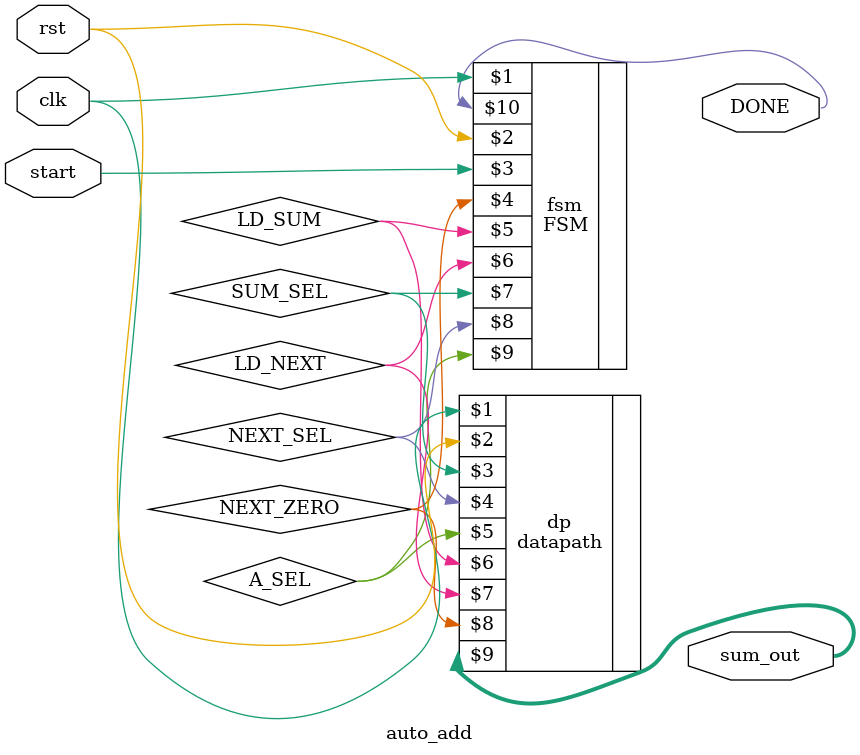
<source format=v>
module auto_add(clk,rst,start,DONE,sum_out);
input clk,rst,start;
output DONE;
output [31:0] sum_out;

wire NEXT_ZERO;
wire LD_SUM, LD_NEXT, SUM_SEL, NEXT_SEL, A_SEL;

datapath #(32) dp(clk, rst, SUM_SEL, NEXT_SEL, A_SEL, LD_SUM, LD_NEXT, NEXT_ZERO, sum_out);
FSM fsm(clk,rst,start,NEXT_ZERO, LD_SUM, LD_NEXT, SUM_SEL, NEXT_SEL, A_SEL, DONE);

endmodule

</source>
